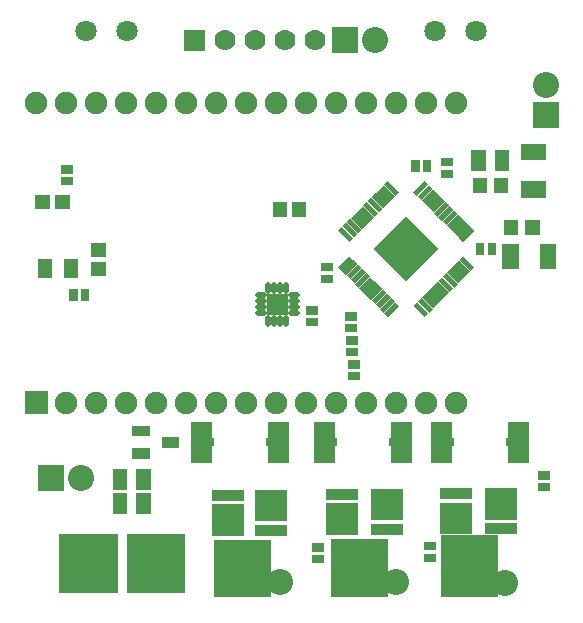
<source format=gts>
G04 Layer: TopSolderMaskLayer*
G04 EasyEDA v6.4.3, 2020-08-11T17:18:08--5:00*
G04 523c64261a8a49868803854cdfc33515,7c1e8d740ba24e6f83eb2d53d3341807,10*
G04 Gerber Generator version 0.2*
G04 Scale: 100 percent, Rotated: No, Reflected: No *
G04 Dimensions in millimeters *
G04 leading zeros omitted , absolute positions ,3 integer and 3 decimal *
%FSLAX33Y33*%
%MOMM*%
G90*
G71D02*

%ADD68C,0.483210*%
%ADD69C,4.203192*%
%ADD70C,2.203196*%
%ADD83R,2.683205X2.003196*%
%ADD92C,1.803197*%
%ADD93C,1.778000*%
%ADD95C,1.903197*%

%LPD*%
G54D68*
G01X26844Y26283D02*
G01X26324Y26283D01*
G01X26844Y25782D02*
G01X26324Y25782D01*
G01X26844Y25285D02*
G01X26324Y25285D01*
G01X26844Y24784D02*
G01X26324Y24784D01*
G01X25934Y24394D02*
G01X25934Y23874D01*
G01X25433Y24394D02*
G01X25433Y23874D01*
G01X24936Y24394D02*
G01X24936Y23874D01*
G01X24435Y24394D02*
G01X24435Y23874D01*
G01X24045Y24784D02*
G01X23525Y24784D01*
G01X24045Y25285D02*
G01X23525Y25285D01*
G01X24045Y25782D02*
G01X23525Y25782D01*
G01X24045Y26283D02*
G01X23525Y26283D01*
G01X24435Y27193D02*
G01X24435Y26673D01*
G01X24936Y27193D02*
G01X24936Y26673D01*
G01X25433Y27193D02*
G01X25433Y26673D01*
G01X25934Y27193D02*
G01X25934Y26673D01*
G54D69*
G01X22263Y3181D03*
G01X32169Y3181D03*
G01X41440Y3181D03*
G54D70*
G01X25438Y2038D03*
G01X35217Y2038D03*
G01X44488Y1911D03*
G36*
G01X6706Y1085D02*
G01X6706Y6040D01*
G01X11659Y6040D01*
G01X11659Y1085D01*
G01X6706Y1085D01*
G37*
G36*
G01X12421Y1085D02*
G01X12421Y6040D01*
G01X17374Y6040D01*
G01X17374Y1085D01*
G01X12421Y1085D01*
G37*
G36*
G01X13264Y9797D02*
G01X13264Y11552D01*
G01X14468Y11552D01*
G01X14468Y9797D01*
G01X13264Y9797D01*
G37*
G36*
G01X11265Y9797D02*
G01X11265Y11552D01*
G01X12466Y11552D01*
G01X12466Y9797D01*
G01X11265Y9797D01*
G37*
G36*
G01X13264Y7765D02*
G01X13264Y9520D01*
G01X14468Y9520D01*
G01X14468Y7765D01*
G01X13264Y7765D01*
G37*
G36*
G01X11265Y7765D02*
G01X11265Y9520D01*
G01X12466Y9520D01*
G01X12466Y7765D01*
G01X11265Y7765D01*
G37*
G36*
G01X38179Y12098D02*
G01X38179Y15601D01*
G01X39982Y15601D01*
G01X39982Y12098D01*
G01X38179Y12098D01*
G37*
G36*
G01X44679Y12098D02*
G01X44679Y15601D01*
G01X46482Y15601D01*
G01X46482Y12098D01*
G01X44679Y12098D01*
G37*
G36*
G01X44519Y13498D02*
G01X44519Y14201D01*
G01X45222Y14201D01*
G01X45222Y13498D01*
G01X44519Y13498D01*
G37*
G36*
G01X39439Y13498D02*
G01X39439Y14201D01*
G01X40142Y14201D01*
G01X40142Y13498D01*
G01X39439Y13498D01*
G37*
G36*
G01X17859Y12098D02*
G01X17859Y15601D01*
G01X19662Y15601D01*
G01X19662Y12098D01*
G01X17859Y12098D01*
G37*
G36*
G01X24359Y12098D02*
G01X24359Y15601D01*
G01X26162Y15601D01*
G01X26162Y12098D01*
G01X24359Y12098D01*
G37*
G36*
G01X24199Y13498D02*
G01X24199Y14201D01*
G01X24902Y14201D01*
G01X24902Y13498D01*
G01X24199Y13498D01*
G37*
G36*
G01X19119Y13498D02*
G01X19119Y14201D01*
G01X19822Y14201D01*
G01X19822Y13498D01*
G01X19119Y13498D01*
G37*
G36*
G01X34773Y12098D02*
G01X34773Y15601D01*
G01X36576Y15601D01*
G01X36576Y12098D01*
G01X34773Y12098D01*
G37*
G36*
G01X28273Y12098D02*
G01X28273Y15601D01*
G01X30076Y15601D01*
G01X30076Y12098D01*
G01X28273Y12098D01*
G37*
G36*
G01X29533Y13498D02*
G01X29533Y14201D01*
G01X30236Y14201D01*
G01X30236Y13498D01*
G01X29533Y13498D01*
G37*
G36*
G01X34613Y13498D02*
G01X34613Y14201D01*
G01X35316Y14201D01*
G01X35316Y13498D01*
G01X34613Y13498D01*
G37*
G36*
G01X29797Y46784D02*
G01X29797Y48989D01*
G01X32002Y48989D01*
G01X32002Y46784D01*
G01X29797Y46784D01*
G37*
G01X33439Y47887D03*
G36*
G01X6904Y35603D02*
G01X6904Y36307D01*
G01X7907Y36307D01*
G01X7907Y35603D01*
G01X6904Y35603D01*
G37*
G36*
G01X6904Y36604D02*
G01X6904Y37308D01*
G01X7907Y37308D01*
G01X7907Y36604D01*
G01X6904Y36604D01*
G37*
G36*
G01X4940Y27780D02*
G01X4940Y29383D01*
G01X6144Y29383D01*
G01X6144Y27780D01*
G01X4940Y27780D01*
G37*
G36*
G01X7140Y27780D02*
G01X7140Y29383D01*
G01X8344Y29383D01*
G01X8344Y27780D01*
G01X7140Y27780D01*
G37*
G36*
G01X7569Y25794D02*
G01X7569Y26797D01*
G01X8273Y26797D01*
G01X8273Y25794D01*
G01X7569Y25794D01*
G37*
G36*
G01X8570Y25794D02*
G01X8570Y26797D01*
G01X9271Y26797D01*
G01X9271Y25794D01*
G01X8570Y25794D01*
G37*
G36*
G01X4636Y33574D02*
G01X4636Y34768D01*
G01X5931Y34768D01*
G01X5931Y33574D01*
G01X4636Y33574D01*
G37*
G36*
G01X6337Y33574D02*
G01X6337Y34768D01*
G01X7633Y34768D01*
G01X7633Y33574D01*
G01X6337Y33574D01*
G37*
G36*
G01X37638Y3726D02*
G01X37638Y4430D01*
G01X38641Y4430D01*
G01X38641Y3726D01*
G01X37638Y3726D01*
G37*
G36*
G01X37638Y4727D02*
G01X37638Y5431D01*
G01X38641Y5431D01*
G01X38641Y4727D01*
G01X37638Y4727D01*
G37*
G36*
G01X47290Y9695D02*
G01X47290Y10399D01*
G01X48293Y10399D01*
G01X48293Y9695D01*
G01X47290Y9695D01*
G37*
G36*
G01X47290Y10696D02*
G01X47290Y11400D01*
G01X48293Y11400D01*
G01X48293Y10696D01*
G01X47290Y10696D01*
G37*
G36*
G01X28113Y3599D02*
G01X28113Y4303D01*
G01X29116Y4303D01*
G01X29116Y3599D01*
G01X28113Y3599D01*
G37*
G36*
G01X28113Y4600D02*
G01X28113Y5304D01*
G01X29116Y5304D01*
G01X29116Y4600D01*
G01X28113Y4600D01*
G37*
G36*
G01X47419Y28545D02*
G01X47419Y30650D01*
G01X48821Y30650D01*
G01X48821Y28545D01*
G01X47419Y28545D01*
G37*
G36*
G01X44219Y28545D02*
G01X44219Y30650D01*
G01X45621Y30650D01*
G01X45621Y28545D01*
G01X44219Y28545D01*
G37*
G36*
G01X45850Y34534D02*
G01X45850Y35939D01*
G01X47953Y35939D01*
G01X47953Y34534D01*
G01X45850Y34534D01*
G37*
G36*
G01X45850Y37734D02*
G01X45850Y39139D01*
G01X47953Y39139D01*
G01X47953Y37734D01*
G01X45850Y37734D01*
G37*
G36*
G01X31316Y8987D02*
G01X31316Y9888D01*
G01X32019Y9888D01*
G01X32019Y8987D01*
G01X31316Y8987D01*
G37*
G36*
G01X30658Y8987D02*
G01X30658Y9888D01*
G01X31359Y9888D01*
G01X31359Y8987D01*
G01X30658Y8987D01*
G37*
G36*
G01X29998Y8987D02*
G01X29998Y9888D01*
G01X30701Y9888D01*
G01X30701Y8987D01*
G01X29998Y8987D01*
G37*
G36*
G01X29337Y8987D02*
G01X29337Y9888D01*
G01X30041Y9888D01*
G01X30041Y8987D01*
G01X29337Y8987D01*
G37*
G36*
G01X29337Y6017D02*
G01X29337Y6919D01*
G01X30041Y6919D01*
G01X30041Y6017D01*
G01X29337Y6017D01*
G37*
G36*
G01X29998Y6017D02*
G01X29998Y6919D01*
G01X30701Y6919D01*
G01X30701Y6017D01*
G01X29998Y6017D01*
G37*
G36*
G01X30658Y6017D02*
G01X30658Y6919D01*
G01X31359Y6919D01*
G01X31359Y6017D01*
G01X30658Y6017D01*
G37*
G36*
G01X31316Y6017D02*
G01X31316Y6919D01*
G01X32019Y6919D01*
G01X32019Y6017D01*
G01X31316Y6017D01*
G37*
G36*
G01X29337Y6665D02*
G01X29337Y8669D01*
G01X32019Y8669D01*
G01X32019Y6665D01*
G01X29337Y6665D01*
G37*
G36*
G01X21633Y8913D02*
G01X21633Y9817D01*
G01X22334Y9817D01*
G01X22334Y8913D01*
G01X21633Y8913D01*
G37*
G36*
G01X20973Y8913D02*
G01X20973Y9817D01*
G01X21674Y9817D01*
G01X21674Y8913D01*
G01X20973Y8913D01*
G37*
G36*
G01X20313Y8913D02*
G01X20313Y9817D01*
G01X21016Y9817D01*
G01X21016Y8913D01*
G01X20313Y8913D01*
G37*
G36*
G01X19652Y8913D02*
G01X19652Y9817D01*
G01X20356Y9817D01*
G01X20356Y8913D01*
G01X19652Y8913D01*
G37*
G36*
G01X19652Y5944D02*
G01X19652Y6848D01*
G01X20356Y6848D01*
G01X20356Y5944D01*
G01X19652Y5944D01*
G37*
G36*
G01X20313Y5944D02*
G01X20313Y6848D01*
G01X21016Y6848D01*
G01X21016Y5944D01*
G01X20313Y5944D01*
G37*
G36*
G01X20973Y5944D02*
G01X20973Y6848D01*
G01X21674Y6848D01*
G01X21674Y5944D01*
G01X20973Y5944D01*
G37*
G36*
G01X21633Y5944D02*
G01X21633Y6848D01*
G01X22334Y6848D01*
G01X22334Y5944D01*
G01X21633Y5944D01*
G37*
G36*
G01X19652Y6594D02*
G01X19652Y8598D01*
G01X22334Y8598D01*
G01X22334Y6594D01*
G01X19652Y6594D01*
G37*
G36*
G01X41618Y36848D02*
G01X41618Y38603D01*
G01X42819Y38603D01*
G01X42819Y36848D01*
G01X41618Y36848D01*
G37*
G36*
G01X43617Y36848D02*
G01X43617Y38603D01*
G01X44821Y38603D01*
G01X44821Y36848D01*
G01X43617Y36848D01*
G37*
G36*
G01X12921Y14349D02*
G01X12921Y15250D01*
G01X14374Y15250D01*
G01X14374Y14349D01*
G01X12921Y14349D01*
G37*
G36*
G01X12921Y12449D02*
G01X12921Y13350D01*
G01X14374Y13350D01*
G01X14374Y12449D01*
G01X12921Y12449D01*
G37*
G36*
G01X15420Y13399D02*
G01X15420Y14300D01*
G01X16873Y14300D01*
G01X16873Y13399D01*
G01X15420Y13399D01*
G37*
G36*
G01X23335Y5944D02*
G01X23335Y6848D01*
G01X24039Y6848D01*
G01X24039Y5944D01*
G01X23335Y5944D01*
G37*
G36*
G01X23996Y5944D02*
G01X23996Y6848D01*
G01X24699Y6848D01*
G01X24699Y5944D01*
G01X23996Y5944D01*
G37*
G36*
G01X24656Y5944D02*
G01X24656Y6848D01*
G01X25357Y6848D01*
G01X25357Y5944D01*
G01X24656Y5944D01*
G37*
G36*
G01X25314Y5944D02*
G01X25314Y6848D01*
G01X26017Y6848D01*
G01X26017Y5944D01*
G01X25314Y5944D01*
G37*
G36*
G01X25316Y8913D02*
G01X25316Y9817D01*
G01X26017Y9817D01*
G01X26017Y8913D01*
G01X25316Y8913D01*
G37*
G36*
G01X24656Y8913D02*
G01X24656Y9817D01*
G01X25357Y9817D01*
G01X25357Y8913D01*
G01X24656Y8913D01*
G37*
G36*
G01X23996Y8913D02*
G01X23996Y9817D01*
G01X24699Y9817D01*
G01X24699Y8913D01*
G01X23996Y8913D01*
G37*
G36*
G01X23335Y8913D02*
G01X23335Y9817D01*
G01X24039Y9817D01*
G01X24039Y8913D01*
G01X23335Y8913D01*
G37*
G54D83*
G01X24676Y8165D03*
G36*
G01X33147Y6017D02*
G01X33147Y6919D01*
G01X33851Y6919D01*
G01X33851Y6017D01*
G01X33147Y6017D01*
G37*
G36*
G01X33808Y6017D02*
G01X33808Y6919D01*
G01X34511Y6919D01*
G01X34511Y6017D01*
G01X33808Y6017D01*
G37*
G36*
G01X34468Y6017D02*
G01X34468Y6919D01*
G01X35169Y6919D01*
G01X35169Y6017D01*
G01X34468Y6017D01*
G37*
G36*
G01X35126Y6017D02*
G01X35126Y6919D01*
G01X35829Y6919D01*
G01X35829Y6017D01*
G01X35126Y6017D01*
G37*
G36*
G01X35126Y8987D02*
G01X35126Y9888D01*
G01X35829Y9888D01*
G01X35829Y8987D01*
G01X35126Y8987D01*
G37*
G36*
G01X34468Y8987D02*
G01X34468Y9888D01*
G01X35169Y9888D01*
G01X35169Y8987D01*
G01X34468Y8987D01*
G37*
G36*
G01X33808Y8987D02*
G01X33808Y9888D01*
G01X34511Y9888D01*
G01X34511Y8987D01*
G01X33808Y8987D01*
G37*
G36*
G01X33147Y8987D02*
G01X33147Y9888D01*
G01X33851Y9888D01*
G01X33851Y8987D01*
G01X33147Y8987D01*
G37*
G36*
G01X33147Y7237D02*
G01X33147Y9241D01*
G01X35829Y9241D01*
G01X35829Y7237D01*
G01X33147Y7237D01*
G37*
G36*
G01X42766Y6071D02*
G01X42766Y6975D01*
G01X43470Y6975D01*
G01X43470Y6071D01*
G01X42766Y6071D01*
G37*
G36*
G01X43427Y6071D02*
G01X43427Y6975D01*
G01X44130Y6975D01*
G01X44130Y6071D01*
G01X43427Y6071D01*
G37*
G36*
G01X44087Y6071D02*
G01X44087Y6975D01*
G01X44788Y6975D01*
G01X44788Y6071D01*
G01X44087Y6071D01*
G37*
G36*
G01X44745Y6071D02*
G01X44745Y6975D01*
G01X45448Y6975D01*
G01X45448Y6071D01*
G01X44745Y6071D01*
G37*
G36*
G01X44747Y9040D02*
G01X44747Y9944D01*
G01X45448Y9944D01*
G01X45448Y9040D01*
G01X44747Y9040D01*
G37*
G36*
G01X44087Y9040D02*
G01X44087Y9944D01*
G01X44788Y9944D01*
G01X44788Y9040D01*
G01X44087Y9040D01*
G37*
G36*
G01X43427Y9040D02*
G01X43427Y9944D01*
G01X44130Y9944D01*
G01X44130Y9040D01*
G01X43427Y9040D01*
G37*
G36*
G01X42766Y9040D02*
G01X42766Y9944D01*
G01X43470Y9944D01*
G01X43470Y9040D01*
G01X42766Y9040D01*
G37*
G01X44107Y8292D03*
G36*
G01X40937Y9040D02*
G01X40937Y9944D01*
G01X41638Y9944D01*
G01X41638Y9040D01*
G01X40937Y9040D01*
G37*
G36*
G01X40277Y9040D02*
G01X40277Y9944D01*
G01X40978Y9944D01*
G01X40978Y9040D01*
G01X40277Y9040D01*
G37*
G36*
G01X39617Y9040D02*
G01X39617Y9944D01*
G01X40320Y9944D01*
G01X40320Y9040D01*
G01X39617Y9040D01*
G37*
G36*
G01X38956Y9040D02*
G01X38956Y9944D01*
G01X39660Y9944D01*
G01X39660Y9040D01*
G01X38956Y9040D01*
G37*
G36*
G01X38956Y6071D02*
G01X38956Y6975D01*
G01X39660Y6975D01*
G01X39660Y6071D01*
G01X38956Y6071D01*
G37*
G36*
G01X39617Y6071D02*
G01X39617Y6975D01*
G01X40320Y6975D01*
G01X40320Y6071D01*
G01X39617Y6071D01*
G37*
G36*
G01X40277Y6071D02*
G01X40277Y6975D01*
G01X40978Y6975D01*
G01X40978Y6071D01*
G01X40277Y6071D01*
G37*
G36*
G01X40937Y6071D02*
G01X40937Y6975D01*
G01X41638Y6975D01*
G01X41638Y6071D01*
G01X40937Y6071D01*
G37*
G36*
G01X38956Y6721D02*
G01X38956Y8725D01*
G01X41638Y8725D01*
G01X41638Y6721D01*
G01X38956Y6721D01*
G37*
G36*
G01X24283Y24633D02*
G01X24283Y26434D01*
G01X26086Y26434D01*
G01X26086Y24633D01*
G01X24283Y24633D01*
G37*
G36*
G01X30907Y23157D02*
G01X30907Y23861D01*
G01X31910Y23861D01*
G01X31910Y23157D01*
G01X30907Y23157D01*
G37*
G36*
G01X30907Y24158D02*
G01X30907Y24862D01*
G01X31910Y24862D01*
G01X31910Y24158D01*
G01X30907Y24158D01*
G37*
G36*
G01X31034Y21125D02*
G01X31034Y21829D01*
G01X32037Y21829D01*
G01X32037Y21125D01*
G01X31034Y21125D01*
G37*
G36*
G01X31034Y22126D02*
G01X31034Y22830D01*
G01X32037Y22830D01*
G01X32037Y22126D01*
G01X31034Y22126D01*
G37*
G36*
G01X31161Y20094D02*
G01X31161Y20798D01*
G01X32164Y20798D01*
G01X32164Y20094D01*
G01X31161Y20094D01*
G37*
G36*
G01X31161Y19093D02*
G01X31161Y19797D01*
G01X32164Y19797D01*
G01X32164Y19093D01*
G01X31161Y19093D01*
G37*
G36*
G01X9421Y29543D02*
G01X9421Y30744D01*
G01X10724Y30744D01*
G01X10724Y29543D01*
G01X9421Y29543D01*
G37*
G36*
G01X9421Y27943D02*
G01X9421Y29144D01*
G01X10724Y29144D01*
G01X10724Y27943D01*
G01X9421Y27943D01*
G37*
G36*
G01X26398Y32883D02*
G01X26398Y34186D01*
G01X27602Y34186D01*
G01X27602Y32883D01*
G01X26398Y32883D01*
G37*
G36*
G01X24798Y32883D02*
G01X24798Y34186D01*
G01X26002Y34186D01*
G01X26002Y32883D01*
G01X24798Y32883D01*
G37*
G36*
G01X39035Y36238D02*
G01X39035Y36942D01*
G01X40038Y36942D01*
G01X40038Y36238D01*
G01X39035Y36238D01*
G37*
G36*
G01X39035Y37239D02*
G01X39035Y37943D01*
G01X40038Y37943D01*
G01X40038Y37239D01*
G01X39035Y37239D01*
G37*
G36*
G01X36525Y36716D02*
G01X36525Y37719D01*
G01X37229Y37719D01*
G01X37229Y36716D01*
G01X36525Y36716D01*
G37*
G36*
G01X37526Y36716D02*
G01X37526Y37719D01*
G01X38227Y37719D01*
G01X38227Y36716D01*
G01X37526Y36716D01*
G37*
G36*
G01X42985Y29731D02*
G01X42985Y30734D01*
G01X43688Y30734D01*
G01X43688Y29731D01*
G01X42985Y29731D01*
G37*
G36*
G01X41986Y29731D02*
G01X41986Y30734D01*
G01X42690Y30734D01*
G01X42690Y29731D01*
G01X41986Y29731D01*
G37*
G36*
G01X28875Y27348D02*
G01X28875Y28052D01*
G01X29878Y28052D01*
G01X29878Y27348D01*
G01X28875Y27348D01*
G37*
G36*
G01X28875Y28349D02*
G01X28875Y29053D01*
G01X29878Y29053D01*
G01X29878Y28349D01*
G01X28875Y28349D01*
G37*
G36*
G01X27605Y23665D02*
G01X27605Y24369D01*
G01X28608Y24369D01*
G01X28608Y23665D01*
G01X27605Y23665D01*
G37*
G36*
G01X27605Y24666D02*
G01X27605Y25370D01*
G01X28608Y25370D01*
G01X28608Y24666D01*
G01X27605Y24666D01*
G37*
G36*
G01X46185Y31359D02*
G01X46185Y32662D01*
G01X47386Y32662D01*
G01X47386Y31359D01*
G01X46185Y31359D01*
G37*
G36*
G01X44384Y31359D02*
G01X44384Y32662D01*
G01X45588Y32662D01*
G01X45588Y31359D01*
G01X44384Y31359D01*
G37*
G36*
G01X41717Y34915D02*
G01X41717Y36218D01*
G01X42921Y36218D01*
G01X42921Y34915D01*
G01X41717Y34915D01*
G37*
G36*
G01X43518Y34915D02*
G01X43518Y36218D01*
G01X44719Y36218D01*
G01X44719Y34915D01*
G01X43518Y34915D01*
G37*
G36*
G01X35184Y34722D02*
G01X34232Y35674D01*
G01X34554Y35997D01*
G01X35507Y35044D01*
G01X35184Y34722D01*
G37*
G36*
G01X34831Y34369D02*
G01X33879Y35319D01*
G01X34201Y35644D01*
G01X35154Y34691D01*
G01X34831Y34369D01*
G37*
G36*
G01X34476Y34013D02*
G01X33526Y34966D01*
G01X33848Y35288D01*
G01X34801Y34338D01*
G01X34476Y34013D01*
G37*
G36*
G01X34122Y33660D02*
G01X33170Y34613D01*
G01X33495Y34935D01*
G01X34445Y33985D01*
G01X34122Y33660D01*
G37*
G36*
G01X33769Y33307D02*
G01X32817Y34260D01*
G01X33140Y34582D01*
G01X34092Y33630D01*
G01X33769Y33307D01*
G37*
G36*
G01X33416Y32954D02*
G01X32464Y33907D01*
G01X32786Y34229D01*
G01X33739Y33277D01*
G01X33416Y32954D01*
G37*
G36*
G01X33063Y32601D02*
G01X32111Y33551D01*
G01X32433Y33876D01*
G01X33386Y32924D01*
G01X33063Y32601D01*
G37*
G36*
G01X32708Y32245D02*
G01X31758Y33198D01*
G01X32080Y33523D01*
G01X33033Y32571D01*
G01X32708Y32245D01*
G37*
G36*
G01X32355Y31892D02*
G01X31402Y32845D01*
G01X31727Y33167D01*
G01X32677Y32217D01*
G01X32355Y31892D01*
G37*
G36*
G01X32002Y31539D02*
G01X31049Y32492D01*
G01X31372Y32814D01*
G01X32324Y31862D01*
G01X32002Y31539D01*
G37*
G36*
G01X31649Y31186D02*
G01X30696Y32139D01*
G01X31019Y32461D01*
G01X31971Y31509D01*
G01X31649Y31186D01*
G37*
G36*
G01X31295Y30833D02*
G01X30343Y31783D01*
G01X30666Y32108D01*
G01X31618Y31156D01*
G01X31295Y30833D01*
G37*
G36*
G01X30666Y28357D02*
G01X30343Y28682D01*
G01X31295Y29632D01*
G01X31618Y29309D01*
G01X30666Y28357D01*
G37*
G36*
G01X31019Y28004D02*
G01X30696Y28326D01*
G01X31649Y29279D01*
G01X31971Y28956D01*
G01X31019Y28004D01*
G37*
G36*
G01X31372Y27651D02*
G01X31049Y27973D01*
G01X32002Y28926D01*
G01X32324Y28603D01*
G01X31372Y27651D01*
G37*
G36*
G01X31727Y27297D02*
G01X31402Y27620D01*
G01X32355Y28573D01*
G01X32677Y28247D01*
G01X31727Y27297D01*
G37*
G36*
G01X32080Y26944D02*
G01X31758Y27267D01*
G01X32708Y28220D01*
G01X33033Y27894D01*
G01X32080Y26944D01*
G37*
G36*
G01X32433Y26589D02*
G01X32111Y26914D01*
G01X33063Y27864D01*
G01X33386Y27541D01*
G01X32433Y26589D01*
G37*
G36*
G01X32786Y26236D02*
G01X32464Y26558D01*
G01X33416Y27511D01*
G01X33739Y27188D01*
G01X32786Y26236D01*
G37*
G36*
G01X33140Y25883D02*
G01X32817Y26205D01*
G01X33769Y27158D01*
G01X34092Y26835D01*
G01X33140Y25883D01*
G37*
G36*
G01X33495Y25530D02*
G01X33170Y25852D01*
G01X34122Y26805D01*
G01X34445Y26482D01*
G01X33495Y25530D01*
G37*
G36*
G01X33848Y25177D02*
G01X33526Y25499D01*
G01X34476Y26452D01*
G01X34801Y26127D01*
G01X33848Y25177D01*
G37*
G36*
G01X34201Y24821D02*
G01X33879Y25146D01*
G01X34831Y26096D01*
G01X35154Y25773D01*
G01X34201Y24821D01*
G37*
G36*
G01X34554Y24468D02*
G01X34232Y24791D01*
G01X35184Y25743D01*
G01X35507Y25420D01*
G01X34554Y24468D01*
G37*
G36*
G01X37658Y24468D02*
G01X36706Y25420D01*
G01X37031Y25743D01*
G01X37981Y24791D01*
G01X37658Y24468D01*
G37*
G36*
G01X38011Y24821D02*
G01X37061Y25773D01*
G01X37384Y26096D01*
G01X38336Y25146D01*
G01X38011Y24821D01*
G37*
G36*
G01X38364Y25177D02*
G01X37414Y26127D01*
G01X37737Y26452D01*
G01X38689Y25499D01*
G01X38364Y25177D01*
G37*
G36*
G01X38720Y25530D02*
G01X37767Y26482D01*
G01X38090Y26805D01*
G01X39042Y25852D01*
G01X38720Y25530D01*
G37*
G36*
G01X39073Y25883D02*
G01X38120Y26835D01*
G01X38443Y27158D01*
G01X39396Y26205D01*
G01X39073Y25883D01*
G37*
G36*
G01X39426Y26236D02*
G01X38474Y27188D01*
G01X38799Y27511D01*
G01X39749Y26558D01*
G01X39426Y26236D01*
G37*
G36*
G01X39779Y26589D02*
G01X38827Y27541D01*
G01X39152Y27864D01*
G01X40104Y26914D01*
G01X39779Y26589D01*
G37*
G36*
G01X40132Y26944D02*
G01X39182Y27894D01*
G01X39505Y28220D01*
G01X40457Y27267D01*
G01X40132Y26944D01*
G37*
G36*
G01X40488Y27297D02*
G01X39535Y28250D01*
G01X39858Y28573D01*
G01X40810Y27620D01*
G01X40488Y27297D01*
G37*
G36*
G01X40841Y27651D02*
G01X39888Y28603D01*
G01X40211Y28926D01*
G01X41163Y27973D01*
G01X40841Y27651D01*
G37*
G36*
G01X41194Y28004D02*
G01X40241Y28956D01*
G01X40566Y29279D01*
G01X41516Y28326D01*
G01X41194Y28004D01*
G37*
G36*
G01X41547Y28357D02*
G01X40594Y29309D01*
G01X40920Y29632D01*
G01X41869Y28682D01*
G01X41547Y28357D01*
G37*
G36*
G01X40935Y30815D02*
G01X40579Y31171D01*
G01X41532Y32123D01*
G01X41887Y31768D01*
G01X40935Y30815D01*
G37*
G36*
G01X40566Y31186D02*
G01X40241Y31509D01*
G01X41194Y32461D01*
G01X41516Y32139D01*
G01X40566Y31186D01*
G37*
G36*
G01X40211Y31539D02*
G01X39888Y31862D01*
G01X40841Y32814D01*
G01X41163Y32492D01*
G01X40211Y31539D01*
G37*
G36*
G01X39858Y31892D02*
G01X39535Y32217D01*
G01X40488Y33167D01*
G01X40810Y32845D01*
G01X39858Y31892D01*
G37*
G36*
G01X39505Y32245D02*
G01X39182Y32571D01*
G01X40132Y33520D01*
G01X40457Y33198D01*
G01X39505Y32245D01*
G37*
G36*
G01X39152Y32601D02*
G01X38827Y32924D01*
G01X39779Y33876D01*
G01X40104Y33551D01*
G01X39152Y32601D01*
G37*
G36*
G01X38799Y32954D02*
G01X38474Y33277D01*
G01X39426Y34229D01*
G01X39749Y33907D01*
G01X38799Y32954D01*
G37*
G36*
G01X38443Y33307D02*
G01X38120Y33630D01*
G01X39073Y34582D01*
G01X39396Y34260D01*
G01X38443Y33307D01*
G37*
G36*
G01X38090Y33660D02*
G01X37767Y33983D01*
G01X38720Y34935D01*
G01X39042Y34613D01*
G01X38090Y33660D01*
G37*
G36*
G01X37737Y34013D02*
G01X37414Y34338D01*
G01X38364Y35288D01*
G01X38689Y34966D01*
G01X37737Y34013D01*
G37*
G36*
G01X37384Y34369D02*
G01X37061Y34691D01*
G01X38011Y35644D01*
G01X38336Y35319D01*
G01X37384Y34369D01*
G37*
G36*
G01X37031Y34722D02*
G01X36706Y35044D01*
G01X37658Y35997D01*
G01X37981Y35674D01*
G01X37031Y34722D01*
G37*
G36*
G01X36106Y27473D02*
G01X33348Y30234D01*
G01X36106Y32992D01*
G01X38867Y30234D01*
G01X36106Y27473D01*
G37*
G54D92*
G01X12457Y48647D03*
G01X8956Y48647D03*
G01X38547Y48647D03*
G01X42048Y48647D03*
G54D93*
G01X28359Y47885D03*
G01X25819Y47885D03*
G01X23279Y47885D03*
G01X20739Y47885D03*
G36*
G01X17310Y46998D02*
G01X17310Y48776D01*
G01X19088Y48776D01*
G01X19088Y46998D01*
G01X17310Y46998D01*
G37*
G36*
G01X46815Y40434D02*
G01X46815Y42637D01*
G01X49020Y42637D01*
G01X49020Y40434D01*
G01X46815Y40434D01*
G37*
G54D70*
G01X47917Y44075D03*
G36*
G01X4905Y9700D02*
G01X4905Y11903D01*
G01X7110Y11903D01*
G01X7110Y9700D01*
G01X4905Y9700D01*
G37*
G01X8547Y10801D03*
G54D95*
G01X4788Y42551D03*
G01X7328Y42551D03*
G01X9875Y42539D03*
G01X12415Y42539D03*
G01X14955Y42539D03*
G01X17495Y42539D03*
G01X20035Y42539D03*
G01X22575Y42539D03*
G01X25115Y42539D03*
G01X27655Y42539D03*
G01X30195Y42539D03*
G01X32735Y42539D03*
G01X35275Y42539D03*
G01X37815Y42539D03*
G01X40355Y42539D03*
G36*
G01X3836Y16251D02*
G01X3836Y18153D01*
G01X5741Y18153D01*
G01X5741Y16251D01*
G01X3836Y16251D01*
G37*
G01X7328Y17202D03*
G01X9875Y17190D03*
G01X12415Y17190D03*
G01X14955Y17190D03*
G01X17495Y17190D03*
G01X20035Y17190D03*
G01X22575Y17190D03*
G01X25115Y17190D03*
G01X27655Y17190D03*
G01X30195Y17190D03*
G01X32735Y17190D03*
G01X35275Y17190D03*
G01X37815Y17190D03*
G01X40355Y17190D03*
G36*
G01X39015Y5988D02*
G01X43866Y5988D01*
G01X43866Y1137D01*
G01X39015Y1137D01*
G01X39015Y5988D01*
G37*
G36*
G01X39015Y5607D02*
G01X43866Y5607D01*
G01X43866Y756D01*
G01X39015Y756D01*
G01X39015Y5607D01*
G37*
G36*
G01X19838Y5607D02*
G01X24689Y5607D01*
G01X24689Y756D01*
G01X19838Y756D01*
G01X19838Y5607D01*
G37*
G36*
G01X29718Y5633D02*
G01X34570Y5633D01*
G01X34570Y781D01*
G01X29718Y781D01*
G01X29718Y5633D01*
G37*
M00*
M02*

</source>
